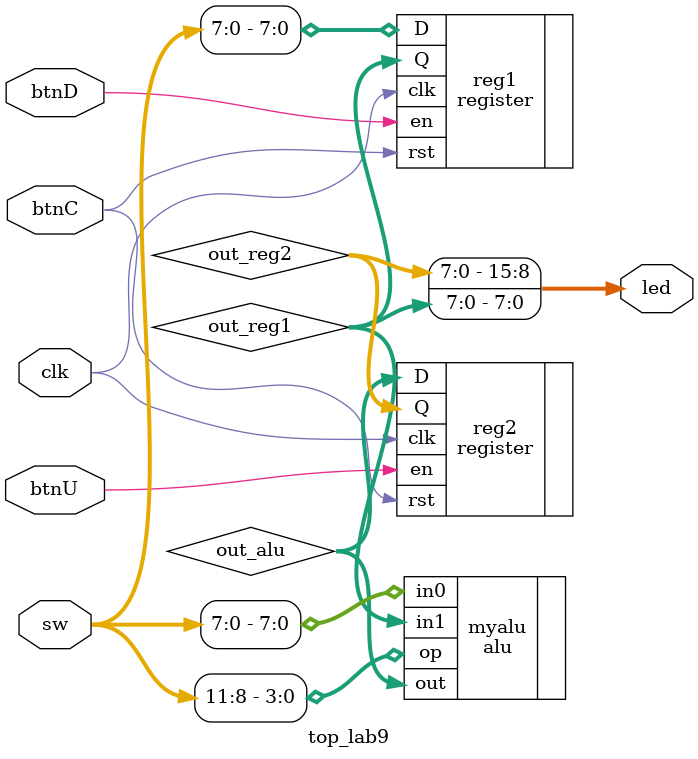
<source format=sv>
`timescale 1ns / 1ps


module top_lab9(
    input btnU,
    input btnD,
    input [15:0] sw,
    input clk,
    input btnC,
    output [15:0] led
    );
    
    wire[7:0] out_reg1;
    wire[7:0] out_alu;
    wire[7:0] out_reg2;
    
    register #(.N(8)) reg1(
        .D(sw[7:0]),
        .clk(clk),
        .rst(btnC),
        .en(btnD),
        .Q(out_reg1) );
        
    alu myalu(
        .in0(sw[7:0]),
        .in1(out_reg1),
        .op(sw[11:8]),
        .out(out_alu) );
        
    register #(.N(8)) reg2(
        .D(out_alu),
        .clk(clk),
        .rst(btnC),
        .en(btnU),
        .Q(out_reg2) );
        
    assign led = {out_reg2, out_reg1};
endmodule

</source>
